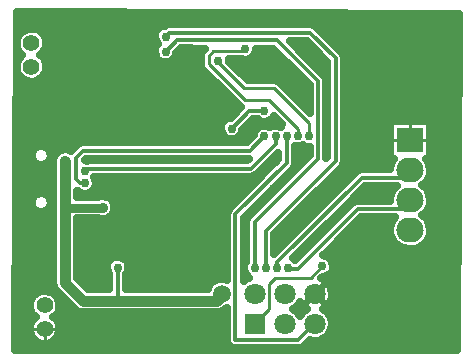
<source format=gbr>
G04 DipTrace 2.4.0.2*
%INBottom.gbr*%
%MOIN*%
%ADD10C,0.0098*%
%ADD13C,0.013*%
%ADD20C,0.025*%
%ADD21C,0.03*%
%ADD22C,0.011*%
%ADD23C,0.0197*%
%ADD25C,0.035*%
%ADD27C,0.036*%
%ADD29C,0.01*%
%ADD38R,0.0709X0.0709*%
%ADD39C,0.0709*%
%ADD41C,0.056*%
%ADD52R,0.0906X0.0827*%
%ADD53O,0.0906X0.0827*%
%ADD68C,0.0295*%
%ADD69C,0.0591*%
%FSLAX44Y44*%
G04*
G70*
G90*
G75*
G01*
%LNBottom*%
%LPD*%
X8637Y8268D2*
D13*
X8138D1*
X7554Y7684D1*
X8694Y3024D2*
Y4284D1*
X11024Y6614D1*
Y10020D1*
X10167Y10876D1*
X5476D1*
X5350Y10750D1*
X8319Y1166D2*
D10*
X8583Y1430D1*
X8566D1*
X8809Y1673D1*
Y2510D1*
X9006Y2707D1*
X10188D1*
X10579Y3098D1*
X9444Y3024D2*
D13*
Y3000D1*
X9750D1*
X11750Y5000D1*
X13200D1*
X13500Y5300D1*
X9069Y3024D2*
Y3219D1*
X11900Y6050D1*
X13250D1*
X13500Y6300D1*
X8320Y3024D2*
Y4560D1*
X10433Y6673D1*
Y9252D1*
X9055Y10630D1*
X5730D1*
X5350Y10250D1*
X10319Y1166D2*
X10296D1*
X9760Y630D1*
X7677D1*
Y4823D1*
X9389Y6535D1*
Y7424D1*
X2669Y6264D2*
X2840Y6350D1*
X8190D1*
X9014Y7174D1*
Y7424D1*
X9764Y7448D2*
D22*
Y7656D1*
X8798Y8622D1*
X7992D1*
X6791Y9823D1*
Y10113D1*
X6939Y10261D1*
X7923D1*
X7997Y10335D1*
X10138Y7424D2*
D10*
Y7854D1*
X8962Y9031D1*
X7977D1*
X7067Y9941D1*
X7111D1*
X2669Y5864D2*
D13*
X2486D1*
X2362Y5988D1*
Y6712D1*
X2600Y6950D1*
X8166D1*
X8640Y7424D1*
X2000Y6600D2*
D25*
Y5050D1*
Y2550D1*
X2100Y2450D1*
X7234Y2165D2*
X7285D1*
X7069Y1950D1*
X3250D1*
X2600D1*
X2100Y2450D1*
X3750Y3050D2*
D13*
Y1950D1*
X3250D1*
Y5050D2*
D21*
X2000D1*
D27*
X4600Y6000D3*
X3250Y5050D3*
D68*
X7554Y7684D3*
D27*
X6348Y5994D3*
X11263Y3346D3*
D68*
X10579Y3098D3*
D69*
X7234Y2165D3*
D27*
X3250Y1950D3*
X3750Y9200D3*
D68*
X10138Y7424D3*
X9764Y7448D3*
X9014Y7424D3*
X8640D3*
X8637Y8268D3*
X9389Y7424D3*
X9069Y3024D3*
X8694D3*
X8320D3*
X9444D3*
X5350Y10750D3*
Y10250D3*
X2669Y6264D3*
Y5864D3*
X7997Y10335D3*
X7111Y9941D3*
D27*
X6348Y7372D3*
X7480Y8686D3*
X8971Y5659D3*
X9129Y9916D3*
X12750Y6496D3*
X8145Y9350D3*
X10531Y5640D3*
D68*
X2100Y2450D3*
D27*
X2450Y4600D3*
X2461Y5519D3*
X3550Y500D3*
D69*
X640Y11294D3*
D27*
X6348Y4035D3*
X12750Y4577D3*
Y5463D3*
D68*
X3750Y3050D3*
D27*
X5900Y10250D3*
X5150Y7350D3*
X5200Y3350D3*
X2000Y6600D3*
X10531Y9990D3*
D69*
X14813Y11294D3*
Y591D3*
X640D3*
D27*
X9055Y4134D3*
X7997Y3740D3*
X11263Y1286D3*
X6700Y2400D3*
X3750Y11400D3*
X2850Y9300D3*
X7350Y1550D3*
D68*
X2450Y7350D3*
X450Y8300D3*
X3000Y2550D3*
D27*
X5996Y11393D3*
X8169D3*
X10098Y8327D3*
X480Y3745D3*
X8465Y6127D3*
X404Y11307D2*
D20*
X15092D1*
X404Y11058D2*
X5139D1*
X10404D2*
X15092D1*
X1303Y10809D2*
X4971D1*
X10650D2*
X15089D1*
X1392Y10560D2*
X5018D1*
X9541D2*
X10065D1*
X10900D2*
X15089D1*
X1346Y10312D2*
X4971D1*
X5830D2*
X6585D1*
X8381D2*
X8956D1*
X9791D2*
X10315D1*
X11150D2*
X15089D1*
X400Y10063D2*
X478D1*
X1271D2*
X5018D1*
X5681D2*
X6499D1*
X8260D2*
X9206D1*
X10041D2*
X10561D1*
X11322D2*
X15089D1*
X1389Y9814D2*
X6499D1*
X7588D2*
X9452D1*
X10287D2*
X10721D1*
X11326D2*
X15085D1*
X1361Y9566D2*
X6643D1*
X7838D2*
X9702D1*
X10537D2*
X10721D1*
X11326D2*
X15085D1*
X396Y9317D2*
X596D1*
X1158D2*
X6893D1*
X8088D2*
X9952D1*
X11326D2*
X15085D1*
X396Y9068D2*
X7143D1*
X9318D2*
X10131D1*
X11326D2*
X15085D1*
X396Y8820D2*
X7389D1*
X9568D2*
X10131D1*
X11326D2*
X15081D1*
X392Y8571D2*
X7639D1*
X9818D2*
X10131D1*
X11326D2*
X15081D1*
X392Y8322D2*
X7776D1*
X11326D2*
X15081D1*
X392Y8074D2*
X7526D1*
X11326D2*
X15081D1*
X389Y7825D2*
X7198D1*
X8111D2*
X9190D1*
X11326D2*
X12811D1*
X14189D2*
X15077D1*
X389Y7576D2*
X7186D1*
X7924D2*
X8288D1*
X11326D2*
X12811D1*
X14189D2*
X15077D1*
X389Y7328D2*
X7471D1*
X7638D2*
X8128D1*
X11326D2*
X12811D1*
X14189D2*
X15077D1*
X389Y7079D2*
X1061D1*
X1348D2*
X2311D1*
X9693D2*
X10006D1*
X11326D2*
X12811D1*
X14189D2*
X15073D1*
X385Y6830D2*
X870D1*
X1537D2*
X1656D1*
X9693D2*
X10131D1*
X11326D2*
X12811D1*
X14189D2*
X15073D1*
X385Y6581D2*
X948D1*
X1459D2*
X1581D1*
X8838D2*
X9018D1*
X9693D2*
X9924D1*
X11326D2*
X12878D1*
X14123D2*
X15073D1*
X385Y6333D2*
X1589D1*
X8592D2*
X8768D1*
X11162D2*
X12811D1*
X14189D2*
X15073D1*
X385Y6084D2*
X1589D1*
X8295D2*
X8522D1*
X10912D2*
X11514D1*
X14154D2*
X15069D1*
X381Y5835D2*
X1589D1*
X3053D2*
X8272D1*
X10662D2*
X11268D1*
X13986D2*
X15069D1*
X381Y5587D2*
X1589D1*
X2924D2*
X8022D1*
X10416D2*
X11018D1*
X11853D2*
X12878D1*
X14123D2*
X15069D1*
X381Y5338D2*
X893D1*
X3541D2*
X7776D1*
X10166D2*
X10768D1*
X11607D2*
X12811D1*
X14189D2*
X15069D1*
X381Y5089D2*
X893D1*
X3666D2*
X7526D1*
X9916D2*
X10522D1*
X14154D2*
X15065D1*
X377Y4841D2*
X1589D1*
X3607D2*
X7374D1*
X9670D2*
X10272D1*
X13990D2*
X15065D1*
X377Y4592D2*
X1589D1*
X2412D2*
X7374D1*
X9420D2*
X10026D1*
X11760D2*
X12881D1*
X14119D2*
X15065D1*
X377Y4343D2*
X1589D1*
X2412D2*
X7374D1*
X9170D2*
X9776D1*
X11510D2*
X12811D1*
X14189D2*
X15065D1*
X377Y4095D2*
X1589D1*
X2412D2*
X7374D1*
X8998D2*
X9526D1*
X11264D2*
X12842D1*
X14154D2*
X15061D1*
X373Y3846D2*
X1589D1*
X2412D2*
X7374D1*
X8998D2*
X9280D1*
X11014D2*
X13003D1*
X13994D2*
X15061D1*
X373Y3597D2*
X1589D1*
X2412D2*
X7374D1*
X10764D2*
X15061D1*
X373Y3349D2*
X1589D1*
X2412D2*
X3522D1*
X3978D2*
X7374D1*
X10865D2*
X15061D1*
X369Y3100D2*
X1589D1*
X2412D2*
X3370D1*
X4131D2*
X7374D1*
X10963D2*
X15057D1*
X369Y2851D2*
X1589D1*
X2412D2*
X3424D1*
X4076D2*
X7374D1*
X10865D2*
X15057D1*
X369Y2602D2*
X1589D1*
X2521D2*
X3448D1*
X4053D2*
X6952D1*
X10705D2*
X15057D1*
X369Y2354D2*
X1639D1*
X2771D2*
X3448D1*
X4053D2*
X6737D1*
X10881D2*
X15053D1*
X365Y2105D2*
X917D1*
X1721D2*
X1870D1*
X10908D2*
X15053D1*
X365Y1856D2*
X803D1*
X1830D2*
X2120D1*
X10818D2*
X15053D1*
X365Y1608D2*
X835D1*
X1803D2*
X2393D1*
X7275D2*
X7372D1*
X9701D2*
X9936D1*
X10701D2*
X15053D1*
X365Y1359D2*
X956D1*
X1681D2*
X7374D1*
X10877D2*
X15049D1*
X361Y1110D2*
X811D1*
X1822D2*
X7374D1*
X10908D2*
X15049D1*
X361Y862D2*
X819D1*
X1814D2*
X7374D1*
X10822D2*
X15049D1*
X361Y613D2*
X987D1*
X1646D2*
X7374D1*
X10471D2*
X15049D1*
X361Y364D2*
X7569D1*
X9865D2*
X15046D1*
X9582Y1665D2*
X9628Y1642D1*
X9724Y1563D1*
X9816Y1433D1*
X9934Y1583D1*
X10052Y1665D1*
X9945Y1740D1*
X9861Y1832D1*
X9819Y1899D1*
X9767Y1818D1*
X9680Y1728D1*
X9585Y1666D1*
X10873Y1042D2*
X10832Y924D1*
X10767Y818D1*
X10680Y728D1*
X10575Y660D1*
X10459Y616D1*
X10335Y599D1*
X10211Y609D1*
X10148Y629D1*
X9956Y433D1*
X9848Y367D1*
X9879Y379D1*
X9760Y352D1*
X7677D1*
X7556Y380D1*
X7460Y457D1*
X7406Y573D1*
X7399Y755D1*
Y1689D1*
X7162Y1573D1*
X7069Y1562D1*
X3242Y1557D1*
X3000Y1562D1*
X2600D1*
X2477Y1582D1*
X2364Y1643D1*
X2326Y1676D1*
X1726Y2276D1*
X1668Y2350D1*
X1629Y2436D1*
X1612Y2550D1*
X1607Y6615D1*
X1632Y6737D1*
X1693Y6846D1*
X1785Y6929D1*
X1899Y6980D1*
X2023Y6992D1*
X2145Y6965D1*
X2195Y6936D1*
X2403Y7147D1*
X2512Y7213D1*
X2481Y7201D1*
X2600Y7228D1*
X8049D1*
X8282Y7459D1*
X8298Y7539D1*
X8357Y7648D1*
X8450Y7731D1*
X8566Y7777D1*
X8690Y7781D1*
X8824Y7731D1*
X8940Y7777D1*
X9065Y7781D1*
X9198Y7731D1*
X9220Y7820D1*
X8953Y8088D1*
X8914Y8037D1*
X8819Y7957D1*
X8703Y7913D1*
X8579Y7912D1*
X8461Y7953D1*
X8416Y7990D1*
X8250D1*
X7912Y7649D1*
X7893Y7561D1*
X7831Y7453D1*
X7736Y7373D1*
X7620Y7329D1*
X7495Y7328D1*
X7378Y7369D1*
X7281Y7447D1*
X7217Y7554D1*
X7193Y7676D1*
X7212Y7799D1*
X7271Y7908D1*
X7364Y7991D1*
X7480Y8037D1*
X7515Y8038D1*
X7863Y8386D1*
X7714Y8521D1*
X6602Y9633D1*
X6539Y9732D1*
X6523Y9823D1*
Y10113D1*
X6549Y10228D1*
X6602Y10303D1*
X6649Y10350D1*
X5848Y10352D1*
X5708Y10215D1*
X5689Y10127D1*
X5627Y10020D1*
X5533Y9939D1*
X5416Y9895D1*
X5292Y9894D1*
X5174Y9935D1*
X5078Y10013D1*
X5014Y10120D1*
X4989Y10242D1*
X5008Y10365D1*
X5068Y10474D1*
X5094Y10497D1*
X5014Y10620D1*
X4989Y10742D1*
X5008Y10865D1*
X5068Y10974D1*
X5161Y11057D1*
X5276Y11103D1*
X5319Y11104D1*
X5357Y11127D1*
X5476Y11154D1*
X10167D1*
X10291Y11124D1*
X10261Y11138D1*
X10364Y11073D1*
X11220Y10216D1*
X11286Y10107D1*
X11275Y10139D1*
X11302Y10020D1*
Y6614D1*
X11272Y6490D1*
X11285Y6520D1*
X11220Y6417D1*
X8975Y4171D1*
X8972Y3515D1*
X11703Y6247D1*
X11812Y6313D1*
X11781Y6301D1*
X11900Y6328D1*
X12835Y6332D1*
X12854Y6456D1*
X12897Y6573D1*
X12960Y6676D1*
X12834Y6674D1*
Y7926D1*
X14166D1*
Y6674D1*
X14042D1*
X14090Y6598D1*
X14138Y6483D1*
X14166Y6300D1*
X14153Y6176D1*
X14117Y6057D1*
X14057Y5947D1*
X13977Y5851D1*
X13913Y5800D1*
X14020Y5701D1*
X14090Y5598D1*
X14138Y5483D1*
X14166Y5300D1*
X14153Y5176D1*
X14117Y5057D1*
X14057Y4947D1*
X13977Y4851D1*
X13913Y4800D1*
X14020Y4701D1*
X14090Y4598D1*
X14138Y4483D1*
X14166Y4300D1*
X14153Y4176D1*
X14117Y4057D1*
X14057Y3947D1*
X13977Y3851D1*
X13879Y3774D1*
X13768Y3717D1*
X13648Y3683D1*
X13461Y3674D1*
X13321Y3689D1*
X13202Y3729D1*
X13094Y3792D1*
X13001Y3874D1*
X12926Y3974D1*
X12872Y4087D1*
X12841Y4207D1*
X12835Y4332D1*
X12854Y4456D1*
X12897Y4573D1*
X12962Y4679D1*
X13002Y4722D1*
X11868D1*
X10621Y3478D1*
X10601Y3458D1*
X10748Y3417D1*
X10846Y3341D1*
X10913Y3235D1*
X10940Y3098D1*
X10918Y2976D1*
X10857Y2868D1*
X10762Y2787D1*
X10645Y2744D1*
X10588Y2736D1*
X10541Y2689D1*
X10648Y2628D1*
X10741Y2545D1*
X10814Y2443D1*
X10863Y2328D1*
X10885Y2206D1*
X10881Y2091D1*
X10851Y1970D1*
X10796Y1859D1*
X10717Y1762D1*
X10619Y1685D1*
X10587Y1666D1*
X10724Y1563D1*
X10801Y1465D1*
X10855Y1352D1*
X10883Y1231D1*
X10886Y1166D1*
X10873Y1042D1*
X7956Y2599D2*
X8034Y2657D1*
X8144Y2709D1*
X8048Y2787D1*
X7983Y2894D1*
X7959Y3016D1*
X7978Y3139D1*
X8040Y3251D1*
X8042Y4560D1*
X8072Y4684D1*
X8058Y4653D1*
X8123Y4756D1*
X10153Y6787D1*
X10155Y7060D1*
X10080Y7068D1*
X9962Y7109D1*
X9935Y7131D1*
X9830Y7094D1*
X9705Y7092D1*
X9665Y7106D1*
X9667Y6535D1*
X9637Y6411D1*
X9651Y6441D1*
X9586Y6338D1*
X7953Y4706D1*
X7955Y3073D1*
Y2600D1*
X1794Y1664D2*
X1748Y1548D1*
X1674Y1448D1*
X1611Y1396D1*
X1693Y1320D1*
X1749Y1237D1*
X1788Y1145D1*
X1808Y1048D1*
X1804Y925D1*
X1779Y829D1*
X1735Y739D1*
X1674Y660D1*
X1598Y595D1*
X1511Y547D1*
X1416Y517D1*
X1316Y507D1*
X1217Y517D1*
X1122Y547D1*
X1035Y596D1*
X959Y661D1*
X898Y740D1*
X854Y830D1*
X830Y926D1*
X825Y1026D1*
X840Y1125D1*
X875Y1218D1*
X928Y1303D1*
X997Y1375D1*
X1021Y1394D1*
X912Y1507D1*
X854Y1617D1*
X827Y1739D1*
X830Y1863D1*
X865Y1983D1*
X928Y2090D1*
X1017Y2178D1*
X1124Y2241D1*
X1244Y2275D1*
X1369Y2278D1*
X1490Y2249D1*
X1600Y2191D1*
X1693Y2107D1*
X1761Y2003D1*
X1800Y1884D1*
X1810Y1787D1*
X1794Y1664D1*
X1353Y9615D2*
X1307Y9499D1*
X1233Y9398D1*
X1136Y9320D1*
X1023Y9268D1*
X900Y9246D1*
X776Y9255D1*
X658Y9296D1*
X554Y9365D1*
X470Y9457D1*
X413Y9568D1*
X385Y9689D1*
X388Y9814D1*
X423Y9934D1*
X487Y10041D1*
X578Y10131D1*
X470Y10245D1*
X413Y10355D1*
X385Y10477D1*
X388Y10601D1*
X423Y10721D1*
X487Y10829D1*
X575Y10916D1*
X683Y10979D1*
X803Y11013D1*
X927Y11016D1*
X1049Y10987D1*
X1159Y10929D1*
X1251Y10845D1*
X1319Y10741D1*
X1359Y10623D1*
X1369Y10526D1*
X1353Y10402D1*
X1307Y10286D1*
X1233Y10186D1*
X1169Y10134D1*
X1251Y10058D1*
X1319Y9953D1*
X1359Y9835D1*
X1369Y9738D1*
X1353Y9615D1*
X12838Y5281D2*
X12835Y5332D1*
X12854Y5456D1*
X12897Y5573D1*
X12962Y5679D1*
X13050Y5773D1*
X12012Y5772D1*
X11389Y5146D1*
X9597Y3354D1*
X9664Y3302D1*
X10172Y3815D1*
X11553Y5197D1*
X11662Y5263D1*
X11631Y5251D1*
X11750Y5278D1*
X12832D1*
X1491Y6669D2*
X1421Y6567D1*
X1316Y6500D1*
X1194Y6480D1*
X1073Y6509D1*
X973Y6583D1*
X910Y6690D1*
X894Y6813D1*
X927Y6932D1*
X1004Y7030D1*
X1113Y7089D1*
X1237Y7101D1*
X1355Y7064D1*
X1450Y6983D1*
X1505Y6872D1*
X1516Y6791D1*
X1491Y6669D1*
Y5095D2*
X1421Y4992D1*
X1316Y4926D1*
X1194Y4905D1*
X1073Y4934D1*
X973Y5008D1*
X910Y5115D1*
X894Y5238D1*
X927Y5358D1*
X1004Y5455D1*
X1113Y5514D1*
X1237Y5526D1*
X1355Y5489D1*
X1450Y5408D1*
X1505Y5297D1*
X1516Y5216D1*
X1491Y5095D1*
X6760Y2341D2*
X6800Y2430D1*
X6878Y2528D1*
X6977Y2603D1*
X7091Y2653D1*
X7214Y2673D1*
X7338Y2663D1*
X7401Y2641D1*
X7399Y4823D1*
X7429Y4947D1*
X7415Y4916D1*
X7481Y5019D1*
X9113Y6652D1*
X9111Y6874D1*
X8387Y6153D1*
X8278Y6087D1*
X8309Y6099D1*
X8190Y6072D1*
X2975D1*
X3002Y6002D1*
X3030Y5864D1*
X3008Y5742D1*
X2946Y5634D1*
X2852Y5554D1*
X2735Y5510D1*
X2611Y5509D1*
X2493Y5550D1*
X2442Y5591D1*
X2388Y5600D1*
Y5416D1*
X3098Y5413D1*
X3149Y5430D1*
X3273Y5442D1*
X3395Y5415D1*
X3502Y5352D1*
X3583Y5258D1*
X3632Y5143D1*
X3643Y5050D1*
X3623Y4927D1*
X3566Y4817D1*
X3477Y4729D1*
X3366Y4674D1*
X3242Y4657D1*
X3103Y4688D1*
X2387Y4687D1*
X2388Y2710D1*
X2758Y2340D1*
X3190Y2338D1*
X3473D1*
X3472Y2821D1*
X3414Y2920D1*
X3389Y3042D1*
X3408Y3165D1*
X3468Y3274D1*
X3561Y3357D1*
X3676Y3403D1*
X3800Y3407D1*
X3919Y3369D1*
X4017Y3292D1*
X4083Y3187D1*
X4111Y3050D1*
X4089Y2927D1*
X4029Y2823D1*
X4028Y2335D1*
X5375Y2338D1*
X6754D1*
X2661Y6619D2*
X2719Y6621D1*
X2745Y6612D1*
X2708Y6665D1*
X2667Y6624D1*
X2791Y6672D1*
X2717D1*
X2840Y6628D1*
X8078D1*
X8118Y6671D1*
X2791Y6672D1*
X8336Y10212D2*
X8274Y10104D1*
X8180Y10024D1*
X8063Y9980D1*
X7939Y9979D1*
X7898Y9993D1*
X7466D1*
X7472Y9941D1*
X7467Y9914D1*
X8084Y9295D1*
X8962Y9293D1*
X9088Y9260D1*
X9147Y9216D1*
X10155Y8208D1*
Y9138D1*
X8941Y10351D1*
X8357D1*
X8336Y10212D1*
X10746Y6727D2*
Y9907D1*
X10051Y10599D1*
X9484Y10598D1*
X10312Y9766D1*
X10630Y9449D1*
X10696Y9340D1*
X10684Y9371D1*
X10711Y9252D1*
Y6695D1*
X331Y314D2*
X15072Y315D1*
X15118Y11508D1*
X381Y11555D1*
X335Y317D1*
X10319Y2166D2*
D23*
X10720Y1765D1*
Y2567D2*
X9918Y1765D1*
X1317Y1000D2*
D29*
Y507D1*
X825Y1000D2*
X1810D1*
X13500Y7926D2*
Y7300D1*
X12835D2*
X14165D1*
D38*
X8319Y1166D3*
D39*
X9319D3*
X10319D3*
Y2166D3*
X9319D3*
X8319D3*
D41*
X1317Y1787D3*
Y1000D3*
X876Y9738D3*
Y10526D3*
D52*
X13500Y7300D3*
D53*
Y6300D3*
Y5300D3*
Y4300D3*
M02*

</source>
